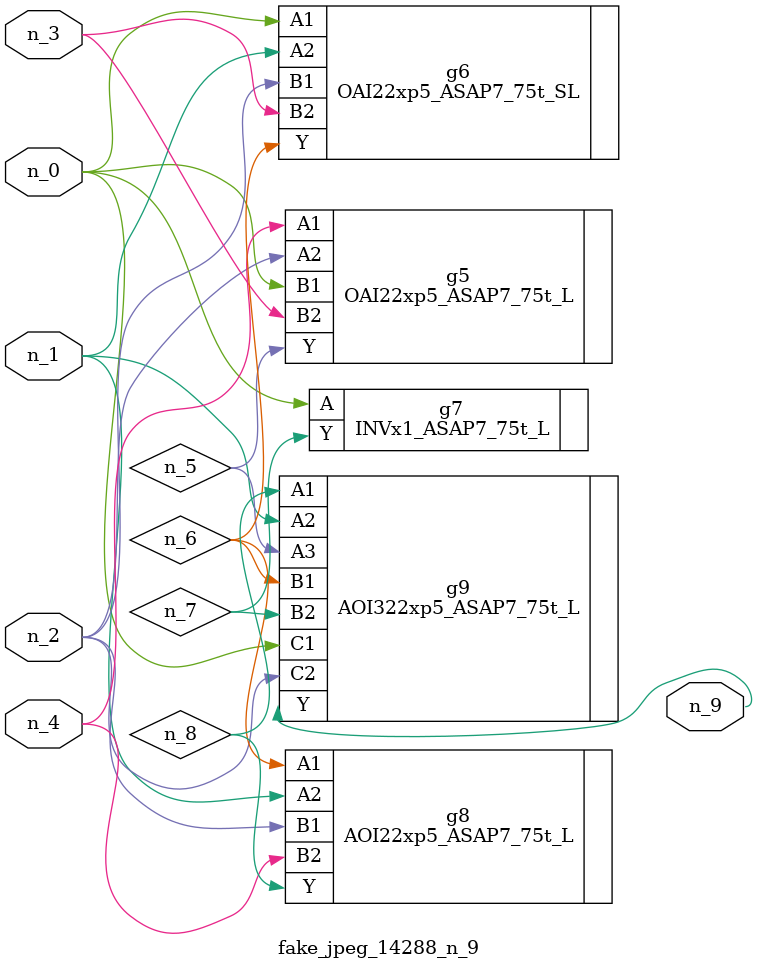
<source format=v>
module fake_jpeg_14288_n_9 (n_3, n_2, n_1, n_0, n_4, n_9);

input n_3;
input n_2;
input n_1;
input n_0;
input n_4;

output n_9;

wire n_8;
wire n_6;
wire n_5;
wire n_7;

OAI22xp5_ASAP7_75t_L g5 ( 
.A1(n_4),
.A2(n_2),
.B1(n_0),
.B2(n_3),
.Y(n_5)
);

OAI22xp5_ASAP7_75t_SL g6 ( 
.A1(n_0),
.A2(n_1),
.B1(n_2),
.B2(n_3),
.Y(n_6)
);

INVx1_ASAP7_75t_L g7 ( 
.A(n_0),
.Y(n_7)
);

AOI22xp5_ASAP7_75t_L g8 ( 
.A1(n_6),
.A2(n_1),
.B1(n_2),
.B2(n_4),
.Y(n_8)
);

AOI322xp5_ASAP7_75t_L g9 ( 
.A1(n_8),
.A2(n_1),
.A3(n_5),
.B1(n_6),
.B2(n_7),
.C1(n_0),
.C2(n_2),
.Y(n_9)
);


endmodule
</source>
